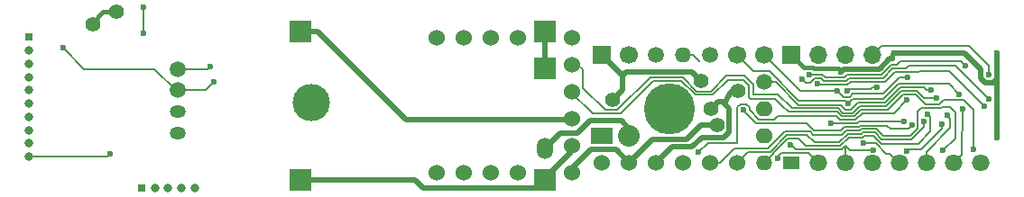
<source format=gbr>
G04 #@! TF.FileFunction,Copper,L2,Bot,Signal*
%FSLAX46Y46*%
G04 Gerber Fmt 4.6, Leading zero omitted, Abs format (unit mm)*
G04 Created by KiCad (PCBNEW 4.0.2+dfsg1-stable) date 2018年05月25日 15時51分19秒*
%MOMM*%
G01*
G04 APERTURE LIST*
%ADD10C,0.100000*%
%ADD11C,1.524000*%
%ADD12R,1.700000X1.700000*%
%ADD13O,1.700000X1.700000*%
%ADD14O,1.500000X1.400000*%
%ADD15R,2.032000X1.600000*%
%ADD16O,2.032000X2.032000*%
%ADD17O,1.600000X1.400000*%
%ADD18C,1.500000*%
%ADD19C,4.800000*%
%ADD20O,1.500000X2.000000*%
%ADD21R,2.000000X2.000000*%
%ADD22C,3.500120*%
%ADD23O,1.700000X1.500000*%
%ADD24R,1.500000X1.300000*%
%ADD25C,1.700000*%
%ADD26O,1.500000X1.200000*%
%ADD27R,0.800000X0.800000*%
%ADD28O,0.800000X0.800000*%
%ADD29C,0.600000*%
%ADD30C,1.399540*%
%ADD31C,0.508000*%
%ADD32C,0.381000*%
%ADD33C,0.203200*%
%ADD34C,0.127000*%
G04 APERTURE END LIST*
D10*
D11*
X50535800Y-88534600D03*
X50535800Y-85994600D03*
X50535800Y-83454600D03*
X50535800Y-80914600D03*
X50535800Y-78374600D03*
X50535800Y-75834600D03*
X45455800Y-75834600D03*
X42915800Y-75834600D03*
X40375800Y-75834600D03*
X37835800Y-75834600D03*
X37835800Y-88534600D03*
X40375800Y-88534600D03*
X42915800Y-88534600D03*
X45455800Y-88534600D03*
D12*
X71160600Y-77434800D03*
D13*
X73700600Y-77434800D03*
X76240600Y-77434800D03*
X78780600Y-77434800D03*
D11*
X63540600Y-87554800D03*
X66080600Y-87554800D03*
X61000600Y-87554800D03*
X58460600Y-87554800D03*
X55920600Y-87554800D03*
X53380600Y-87554800D03*
D14*
X68620600Y-87554800D03*
D15*
X53380600Y-85054800D03*
D16*
X55920600Y-85054800D03*
D17*
X68620600Y-82514800D03*
X68620600Y-85054800D03*
D18*
X68620600Y-79974800D03*
D19*
X59730600Y-82514800D03*
D20*
X48053100Y-86197300D03*
D21*
X48053100Y-78697300D03*
X48053100Y-75197300D03*
X48053100Y-89197300D03*
X25053100Y-89197300D03*
X25053100Y-75197300D03*
D22*
X26075600Y-81879800D03*
D23*
X88940600Y-87594800D03*
X83860600Y-87594800D03*
X86400600Y-87594800D03*
X81320600Y-87594800D03*
X76240600Y-87594800D03*
X78780600Y-87594800D03*
X73700600Y-87594800D03*
D24*
X71160600Y-87594800D03*
D25*
X66080600Y-77434800D03*
X68620600Y-77434800D03*
D18*
X63540600Y-77434800D03*
X58460600Y-77434800D03*
D14*
X61000600Y-77434800D03*
D25*
X55920600Y-77434800D03*
D12*
X53380600Y-77434800D03*
D26*
X13585600Y-84744800D03*
X13585600Y-82744800D03*
D18*
X13585600Y-80744800D03*
X13585600Y-78744800D03*
D27*
X-414400Y-75744800D03*
D28*
X-414400Y-76994800D03*
X-414400Y-78244800D03*
X-414400Y-79494800D03*
X-414400Y-80744800D03*
X-414400Y-81994800D03*
X-414400Y-83244800D03*
X-414400Y-84494800D03*
X-414400Y-85744800D03*
X-414400Y-86994800D03*
D27*
X10185600Y-89944800D03*
D28*
X11435600Y-89944800D03*
X12685600Y-89944800D03*
X13935600Y-89944800D03*
X15185600Y-89944800D03*
D29*
X75836461Y-78989047D03*
X82006400Y-86451800D03*
D30*
X63614037Y-82529228D03*
X66149184Y-80765883D03*
X62706287Y-79878300D03*
D29*
X85271090Y-83967039D03*
D30*
X54371200Y-81651200D03*
D29*
X90439200Y-85207200D03*
X90435600Y-77244800D03*
X80787200Y-77231600D03*
D30*
X64180699Y-84025042D03*
D29*
X81713838Y-83717779D03*
X74894400Y-83886400D03*
X69890600Y-87163000D03*
X78883928Y-86344801D03*
X71104145Y-85862880D03*
X72856074Y-79310689D03*
X87494919Y-78432574D03*
X89684799Y-79249728D03*
X72180178Y-79738688D03*
X89685180Y-81548787D03*
X16585600Y-78544800D03*
X82458185Y-84044797D03*
X66650345Y-82613157D03*
X76514317Y-81981140D03*
X86927167Y-81107964D03*
X84277885Y-80687531D03*
X83906576Y-82984682D03*
X83582178Y-83715972D03*
X81982483Y-81668564D03*
X62470062Y-86556682D03*
X85384600Y-86388300D03*
D30*
X59614397Y-82292076D03*
D29*
X75484322Y-80797740D03*
X82082600Y-79560491D03*
X77907740Y-85722876D03*
X76367600Y-80795821D03*
X79212400Y-80473854D03*
X85765600Y-83086300D03*
X87226100Y-82451300D03*
X88242100Y-86324800D03*
X84779720Y-81435300D03*
X89247065Y-82218171D03*
X73636403Y-80161279D03*
X16985600Y-79944800D03*
X2785600Y-76744800D03*
D30*
X7785600Y-73344800D03*
X5585600Y-74544800D03*
D29*
X7185600Y-86744800D03*
X10385600Y-72944800D03*
X10385600Y-75344800D03*
D31*
X76086707Y-78738801D02*
X75836461Y-78989047D01*
X79406521Y-78738801D02*
X76086707Y-78738801D01*
D32*
X73187515Y-78620188D02*
X73242628Y-78675301D01*
X73242628Y-78675301D02*
X75522715Y-78675301D01*
X71160600Y-77434800D02*
X72345988Y-78620188D01*
X75522715Y-78675301D02*
X75536462Y-78689048D01*
X75536462Y-78689048D02*
X75836461Y-78989047D01*
X72345988Y-78620188D02*
X73187515Y-78620188D01*
D31*
X80634800Y-77790400D02*
X80354922Y-77790400D01*
X80354922Y-77790400D02*
X79406521Y-78738801D01*
D33*
X81801333Y-86319953D02*
X82006400Y-86451800D01*
X83342440Y-86319953D02*
X81801333Y-86319953D01*
X85271090Y-83967039D02*
X85271090Y-84391303D01*
X85271090Y-84391303D02*
X83342440Y-86319953D01*
D31*
X59938587Y-86076813D02*
X61840321Y-86076813D01*
X62730099Y-85187035D02*
X64802943Y-85187035D01*
X61840321Y-86076813D02*
X62730099Y-85187035D01*
X65334489Y-82464407D02*
X64862241Y-81992159D01*
X64862241Y-81992159D02*
X64699541Y-81829459D01*
X64802943Y-85187035D02*
X65334489Y-84655489D01*
X64699541Y-81829459D02*
X64313806Y-81829459D01*
X64313806Y-81829459D02*
X63614037Y-82529228D01*
X58460600Y-87554800D02*
X59938587Y-86076813D01*
X65334489Y-84655489D02*
X65334489Y-82464407D01*
X65357995Y-81042200D02*
X65634312Y-80765883D01*
X65634312Y-80765883D02*
X66149184Y-80765883D01*
X62006518Y-79178531D02*
X62706287Y-79878300D01*
X55630999Y-78994401D02*
X61822388Y-78994401D01*
X55285600Y-79339800D02*
X55630999Y-78994401D01*
X61822388Y-78994401D02*
X62006518Y-79178531D01*
X65357995Y-81042200D02*
X64862241Y-81992159D01*
X53380600Y-77434800D02*
X55285600Y-79339800D01*
X55336400Y-80686000D02*
X54371200Y-81651200D01*
X55285600Y-80736800D02*
X55336400Y-80686000D01*
X55285600Y-79339800D02*
X55285600Y-80736800D01*
X65626268Y-80773927D02*
X65357995Y-81042200D01*
X48053100Y-89197300D02*
X48053100Y-89036100D01*
X48053100Y-89036100D02*
X50523100Y-86566100D01*
X50523100Y-86566100D02*
X50523100Y-86007300D01*
X88930797Y-79611650D02*
X89327245Y-80008098D01*
X90135882Y-80008098D02*
X90439200Y-79704780D01*
X80787200Y-77231600D02*
X87375097Y-77231600D01*
X90439200Y-79704780D02*
X90439200Y-77638000D01*
X90439200Y-77638000D02*
X90439200Y-77248400D01*
X88930797Y-78787300D02*
X88930797Y-79611650D01*
X89327245Y-80008098D02*
X90135882Y-80008098D01*
X87375097Y-77231600D02*
X88930797Y-78787300D01*
X90439200Y-77638000D02*
X90439200Y-85207200D01*
X90439200Y-77248400D02*
X90435600Y-77244800D01*
D32*
X80787200Y-77231600D02*
X80787200Y-77183990D01*
X80787200Y-77183990D02*
X80634800Y-77336390D01*
X80634800Y-77336390D02*
X80634800Y-77790400D01*
D31*
X25053100Y-89197300D02*
X34584600Y-89197300D01*
X34584600Y-89197300D02*
X35831500Y-89197300D01*
X35831500Y-89197300D02*
X36616600Y-89982400D01*
X36616600Y-89982400D02*
X47268000Y-89982400D01*
X47268000Y-89982400D02*
X48053100Y-89197300D01*
X62692400Y-84025042D02*
X63191075Y-84025042D01*
X61348641Y-85368801D02*
X62692400Y-84025042D01*
X58106599Y-85368801D02*
X61348641Y-85368801D01*
X55920600Y-87554800D02*
X58106599Y-85368801D01*
X63191075Y-84025042D02*
X64180699Y-84025042D01*
X50523100Y-88547300D02*
X50523100Y-88166300D01*
X50523100Y-88166300D02*
X52364600Y-86324800D01*
X52364600Y-86324800D02*
X54690600Y-86324800D01*
X54690600Y-86324800D02*
X55920600Y-87554800D01*
D34*
X77326607Y-83852686D02*
X77461514Y-83717779D01*
X81289574Y-83717779D02*
X81713838Y-83717779D01*
X77461514Y-83717779D02*
X81289574Y-83717779D01*
X75318664Y-83886400D02*
X75352378Y-83852686D01*
X75352378Y-83852686D02*
X77326607Y-83852686D01*
X74894400Y-83886400D02*
X75318664Y-83886400D01*
X69890600Y-87163000D02*
X69890600Y-86959800D01*
X72760800Y-86655000D02*
X73700600Y-87594800D01*
X70195400Y-86655000D02*
X72760800Y-86655000D01*
X69890600Y-86959800D02*
X70195400Y-86655000D01*
X73700600Y-87594800D02*
X73700600Y-87442400D01*
X78459664Y-86344801D02*
X78883928Y-86344801D01*
X76266000Y-85966011D02*
X76644790Y-86344801D01*
X76644790Y-86344801D02*
X78459664Y-86344801D01*
X76266000Y-85966011D02*
X75892297Y-86339714D01*
X71404144Y-86162879D02*
X71104145Y-85862880D01*
X71560796Y-86319531D02*
X71404144Y-86162879D01*
X74084820Y-86319531D02*
X71560796Y-86319531D01*
X75892297Y-86339714D02*
X74105003Y-86339714D01*
X74105003Y-86339714D02*
X74084820Y-86319531D01*
X76240600Y-87594800D02*
X76240600Y-85966011D01*
X76266000Y-85969200D02*
X76266000Y-85966011D01*
X76243789Y-85969200D02*
X76266000Y-85969200D01*
X76240600Y-85966011D02*
X76243789Y-85969200D01*
X76240600Y-87594800D02*
X76240600Y-87442400D01*
D31*
X48053100Y-78697300D02*
X48053100Y-75197300D01*
D34*
X79620881Y-79256312D02*
X76435299Y-79256312D01*
X81377812Y-78022190D02*
X81060573Y-78339429D01*
X87494919Y-78432574D02*
X87084535Y-78022190D01*
X80537763Y-78339429D02*
X79620881Y-79256312D01*
X81060573Y-78339429D02*
X80537763Y-78339429D01*
X72895996Y-79270767D02*
X72856074Y-79310689D01*
X74042336Y-79270767D02*
X72895996Y-79270767D01*
X74324136Y-79552567D02*
X74042336Y-79270767D01*
X76139044Y-79552567D02*
X74324136Y-79552567D01*
X76435299Y-79256312D02*
X76139044Y-79552567D01*
X87084535Y-78022190D02*
X81377812Y-78022190D01*
X78780600Y-77434800D02*
X79630599Y-76584801D01*
X89684799Y-78825464D02*
X89684799Y-79249728D01*
X89684799Y-78420158D02*
X89684799Y-78825464D01*
X87849442Y-76584801D02*
X89684799Y-78420158D01*
X79630599Y-76584801D02*
X87849442Y-76584801D01*
X79756333Y-79583323D02*
X76570751Y-79583323D01*
X76570751Y-79583323D02*
X76274496Y-79879578D01*
X76274496Y-79879578D02*
X74188684Y-79879578D01*
X82196900Y-78387300D02*
X81917760Y-78666440D01*
X72925013Y-80038687D02*
X72480177Y-80038687D01*
X72480177Y-80038687D02*
X72180178Y-79738688D01*
X73365922Y-79597778D02*
X72925013Y-80038687D01*
X73906884Y-79597778D02*
X73365922Y-79597778D01*
X74188684Y-79879578D02*
X73906884Y-79597778D01*
X80673216Y-78666440D02*
X79756333Y-79583323D01*
X81917760Y-78666440D02*
X80673216Y-78666440D01*
X61000600Y-77434800D02*
X61937202Y-77434800D01*
X62524600Y-78022198D02*
X62550000Y-78022198D01*
X61937202Y-77434800D02*
X62524600Y-78022198D01*
D33*
X86523693Y-78387300D02*
X89385181Y-81248788D01*
X89385181Y-81248788D02*
X89685180Y-81548787D01*
X82196900Y-78387300D02*
X86523693Y-78387300D01*
D34*
X16385600Y-78744800D02*
X13585600Y-78744800D01*
X16585600Y-78544800D02*
X16385600Y-78744800D01*
X67842509Y-83805321D02*
X66950344Y-82913156D01*
X77462059Y-84179697D02*
X76104966Y-84179697D01*
X66950344Y-82913156D02*
X66650345Y-82613157D01*
X72578121Y-83805321D02*
X67842509Y-83805321D01*
X75803988Y-84480675D02*
X73253475Y-84480675D01*
X76104966Y-84179697D02*
X75803988Y-84480675D01*
X77580745Y-84061011D02*
X77462059Y-84179697D01*
X80123611Y-84061011D02*
X77580745Y-84061011D01*
X80457000Y-84394400D02*
X80123611Y-84061011D01*
X73253475Y-84480675D02*
X72578121Y-83805321D01*
X82158186Y-84344796D02*
X82458185Y-84044797D01*
X82108582Y-84394400D02*
X82158186Y-84344796D01*
X80457000Y-84394400D02*
X82108582Y-84394400D01*
X80457000Y-84394400D02*
X80457002Y-84394400D01*
X71855254Y-81686334D02*
X76219511Y-81686334D01*
X76814316Y-81681141D02*
X76514317Y-81981140D01*
X79800332Y-81551131D02*
X76944326Y-81551131D01*
X81227452Y-80124011D02*
X79800332Y-81551131D01*
X69127720Y-78958800D02*
X71855254Y-81686334D01*
X86927167Y-81107964D02*
X85943214Y-80124011D01*
X67604600Y-78958800D02*
X69127720Y-78958800D01*
X85943214Y-80124011D02*
X81227452Y-80124011D01*
X76219511Y-81686334D02*
X76514317Y-81981140D01*
X76944326Y-81551131D02*
X76814316Y-81681141D01*
X66080600Y-77434800D02*
X67604600Y-78958800D01*
X79915105Y-81898821D02*
X81362904Y-80451022D01*
X83617112Y-80451022D02*
X83853621Y-80687531D01*
X81362904Y-80451022D02*
X83617112Y-80451022D01*
X77394124Y-81898821D02*
X79915105Y-81898821D01*
X76748303Y-82544642D02*
X77394124Y-81898821D01*
X76243835Y-82544642D02*
X76748303Y-82544642D01*
X75813826Y-82114633D02*
X76243835Y-82544642D01*
X71821093Y-82114633D02*
X75813826Y-82114633D01*
X68620600Y-79974800D02*
X69681260Y-79974800D01*
X69681260Y-79974800D02*
X71821093Y-82114633D01*
X83853621Y-80687531D02*
X84277885Y-80687531D01*
D33*
X68620600Y-79974800D02*
X69382600Y-79974800D01*
D34*
X78863764Y-85042044D02*
X79578153Y-85756433D01*
X77987101Y-85042044D02*
X78863764Y-85042044D01*
X68620600Y-87554800D02*
X68670600Y-87554800D01*
X84206575Y-84643151D02*
X84206575Y-83284681D01*
X79578153Y-85756433D02*
X83093293Y-85756433D01*
X77868415Y-85160730D02*
X77987101Y-85042044D01*
X72539543Y-85992521D02*
X75751630Y-85992521D01*
X71846400Y-85299378D02*
X72539543Y-85992521D01*
X70850349Y-85299378D02*
X71846400Y-85299378D01*
X69497600Y-86727800D02*
X69497600Y-86652127D01*
X75751630Y-85992521D02*
X76583421Y-85160730D01*
X76583421Y-85160730D02*
X77868415Y-85160730D01*
X68670600Y-87554800D02*
X69497600Y-86727800D01*
X84206575Y-83284681D02*
X83906576Y-82984682D01*
X83093293Y-85756433D02*
X84206575Y-84643151D01*
X69497600Y-86652127D02*
X70850349Y-85299378D01*
X76447969Y-84833719D02*
X77732963Y-84833719D01*
X83582178Y-84217251D02*
X83582178Y-84140236D01*
X70714897Y-84972367D02*
X72617956Y-84972367D01*
X75616177Y-85665510D02*
X76447969Y-84833719D01*
X66080600Y-87554800D02*
X67107400Y-86528000D01*
X77851649Y-84715033D02*
X78999215Y-84715033D01*
X69159263Y-86528000D02*
X70714897Y-84972367D01*
X82427687Y-85371742D02*
X83582178Y-84217251D01*
X67107400Y-86528000D02*
X69159263Y-86528000D01*
X83582178Y-84140236D02*
X83582178Y-83715972D01*
X72617956Y-84972367D02*
X73311099Y-85665510D01*
X73311099Y-85665510D02*
X75616177Y-85665510D01*
X79655924Y-85371742D02*
X82427687Y-85371742D01*
X77732963Y-84833719D02*
X77851649Y-84715033D01*
X78999215Y-84715033D02*
X79655924Y-85371742D01*
X66086825Y-82361870D02*
X66086825Y-85704546D01*
X80771194Y-82879853D02*
X77836976Y-82879854D01*
X81982483Y-81668564D02*
X80771194Y-82879853D01*
X66399039Y-82049656D02*
X66086825Y-82361870D01*
X67213846Y-82577520D02*
X67213846Y-82342676D01*
X69853147Y-83207324D02*
X69582161Y-83478310D01*
X63322198Y-85704546D02*
X62470062Y-86556682D01*
X66086825Y-85704546D02*
X63322198Y-85704546D01*
X67213846Y-82342676D02*
X66920826Y-82049656D01*
X75416632Y-83207324D02*
X69853147Y-83207324D01*
X77836976Y-82879854D02*
X77191155Y-83525675D01*
X77191155Y-83525675D02*
X75734983Y-83525675D01*
X69582161Y-83478310D02*
X68114636Y-83478310D01*
X68114636Y-83478310D02*
X67213846Y-82577520D01*
X66920826Y-82049656D02*
X66399039Y-82049656D01*
X75734983Y-83525675D02*
X75416632Y-83207324D01*
X77597511Y-84506708D02*
X77716197Y-84388022D01*
X75904125Y-84915100D02*
X76312517Y-84506708D01*
X79791376Y-85044731D02*
X82292235Y-85044731D01*
X82989096Y-83741724D02*
X82989096Y-82765576D01*
X83021687Y-83774315D02*
X82989096Y-83741724D01*
X76312517Y-84506708D02*
X77597511Y-84506708D01*
X82292235Y-85044731D02*
X83021687Y-84315279D01*
X83333494Y-82421178D02*
X85189378Y-82421178D01*
X79134667Y-84388022D02*
X79791376Y-85044731D01*
X77716197Y-84388022D02*
X79134667Y-84388022D01*
X73179900Y-84915100D02*
X75904125Y-84915100D01*
X82989096Y-82765576D02*
X83333494Y-82421178D01*
X83021687Y-84315279D02*
X83021687Y-83774315D01*
X85189378Y-82421178D02*
X85206800Y-82438600D01*
X63540600Y-87554800D02*
X64495000Y-87554800D01*
X72887800Y-84623000D02*
X73179900Y-84915100D01*
X73179900Y-84915100D02*
X73192600Y-84927800D01*
X70525600Y-84623000D02*
X72887800Y-84623000D01*
X68950793Y-86197807D02*
X70525600Y-84623000D01*
X65851993Y-86197807D02*
X68950793Y-86197807D01*
X64495000Y-87554800D02*
X65851993Y-86197807D01*
D33*
X85206800Y-82438600D02*
X85321100Y-82324300D01*
X85321100Y-82324300D02*
X86019600Y-82324300D01*
X86527600Y-85245300D02*
X85384600Y-86388300D01*
X86527600Y-82832300D02*
X86527600Y-85245300D01*
X86019600Y-82324300D02*
X86527600Y-82832300D01*
D31*
X55920600Y-85054800D02*
X55920600Y-84318200D01*
X55920600Y-84318200D02*
X55209400Y-83607000D01*
X49475000Y-84775400D02*
X48053100Y-86197300D01*
X51069200Y-84775400D02*
X49475000Y-84775400D01*
X52237600Y-83607000D02*
X51069200Y-84775400D01*
X55209400Y-83607000D02*
X52237600Y-83607000D01*
D34*
X75784321Y-81097739D02*
X75484322Y-80797740D01*
X81269800Y-79560491D02*
X79763988Y-81066303D01*
X76638082Y-81359323D02*
X76045905Y-81359323D01*
X76931102Y-81066303D02*
X76638082Y-81359323D01*
X79763988Y-81066303D02*
X76931102Y-81066303D01*
X82082600Y-79560491D02*
X81269800Y-79560491D01*
X68620600Y-77434800D02*
X71983540Y-80797740D01*
X76045905Y-81359323D02*
X75784321Y-81097739D01*
X71983540Y-80797740D02*
X75060058Y-80797740D01*
X75060058Y-80797740D02*
X75484322Y-80797740D01*
X78332004Y-85722876D02*
X77907740Y-85722876D01*
X79082133Y-85722876D02*
X78332004Y-85722876D01*
X80077057Y-86717800D02*
X79082133Y-85722876D01*
X80343600Y-86717800D02*
X80077057Y-86717800D01*
X81320600Y-87594800D02*
X81220600Y-87594800D01*
X81220600Y-87594800D02*
X80343600Y-86717800D01*
X78601390Y-80660600D02*
X76502821Y-80660600D01*
X76502821Y-80660600D02*
X76367600Y-80795821D01*
X79212400Y-80473854D02*
X78788136Y-80473854D01*
X78788136Y-80473854D02*
X78601390Y-80660600D01*
X81320600Y-87594800D02*
X80634800Y-87594800D01*
X81320600Y-87594800D02*
X81320600Y-87747200D01*
D33*
X85765600Y-83086300D02*
X86065599Y-83386299D01*
X83860600Y-86515300D02*
X83860600Y-87594800D01*
X86065599Y-83386299D02*
X86065599Y-84310301D01*
X86065599Y-84310301D02*
X83860600Y-86515300D01*
X87226100Y-82451300D02*
X87162600Y-86832800D01*
X87162600Y-86832800D02*
X86400600Y-87594800D01*
X86781600Y-87213800D02*
X86400600Y-87594800D01*
D34*
X80186009Y-82552843D02*
X81633808Y-81105044D01*
X85029000Y-82057600D02*
X85415134Y-81671466D01*
X83743212Y-82057600D02*
X85029000Y-82057600D01*
X70322400Y-82235400D02*
X70855654Y-82768654D01*
X87360666Y-81671466D02*
X88242100Y-82552900D01*
X85415134Y-81671466D02*
X87360666Y-81671466D01*
X77701524Y-82552843D02*
X80186009Y-82552843D01*
X75870435Y-83198664D02*
X77055703Y-83198664D01*
X71078992Y-82768655D02*
X75440426Y-82768655D01*
X70855654Y-82768654D02*
X71078992Y-82768655D01*
X75440426Y-82768655D02*
X75870435Y-83198664D01*
X82790656Y-81105044D02*
X83743212Y-82057600D01*
X77055703Y-83198664D02*
X77701524Y-82552843D01*
X81633808Y-81105044D02*
X82790656Y-81105044D01*
X63792426Y-81166426D02*
X63796774Y-81166426D01*
X67147400Y-80254200D02*
X67147400Y-80257758D01*
X66639400Y-79746200D02*
X67147400Y-80254200D01*
X65217000Y-79746200D02*
X66639400Y-79746200D01*
X63796774Y-81166426D02*
X65217000Y-79746200D01*
X60842062Y-79847800D02*
X62162862Y-81168600D01*
X63790252Y-81168600D02*
X63792426Y-81166426D01*
X62162862Y-81168600D02*
X63790252Y-81168600D01*
X58206600Y-79847800D02*
X60842062Y-79847800D01*
X50523100Y-80927300D02*
X52537283Y-82941483D01*
X55112917Y-82941483D02*
X58206600Y-79847800D01*
X52537283Y-82941483D02*
X55112917Y-82941483D01*
X67195271Y-80305629D02*
X67195271Y-81194000D01*
X69611200Y-81524200D02*
X70322400Y-82235400D01*
X67325200Y-81524200D02*
X69611200Y-81524200D01*
X67195271Y-81394271D02*
X67325200Y-81524200D01*
X67147400Y-80257758D02*
X67195271Y-80305629D01*
X67195271Y-81194000D02*
X67195271Y-81394271D01*
X70322400Y-82235400D02*
X70373200Y-82235400D01*
X50523100Y-80927300D02*
X50523100Y-80749500D01*
D33*
X88242100Y-82552900D02*
X88242100Y-82959300D01*
X88242100Y-86324800D02*
X88242100Y-82959300D01*
D34*
X76005886Y-82871653D02*
X75575877Y-82441644D01*
X76920251Y-82871653D02*
X76005886Y-82871653D01*
X77566072Y-82225832D02*
X76920251Y-82871653D01*
X81498356Y-80778033D02*
X80050557Y-82225832D01*
X82926108Y-80778033D02*
X81498356Y-80778033D01*
X83583375Y-81435300D02*
X82926108Y-80778033D01*
X84779720Y-81435300D02*
X83583375Y-81435300D01*
X80050557Y-82225832D02*
X77566072Y-82225832D01*
X75575877Y-82441644D02*
X71214444Y-82441644D01*
X71214444Y-82441644D02*
X69908988Y-81136188D01*
X62298312Y-80841590D02*
X63601055Y-80841590D01*
X51561301Y-78765101D02*
X51561301Y-80503131D01*
X67579200Y-80201695D02*
X67579200Y-81136188D01*
X54833572Y-82614472D02*
X57928822Y-79519222D01*
X60975943Y-79519222D02*
X60977514Y-79520792D01*
X51561301Y-80503131D02*
X53672642Y-82614472D01*
X53672642Y-82614472D02*
X54833572Y-82614472D01*
X51183500Y-78387300D02*
X51561301Y-78765101D01*
X57928822Y-79519222D02*
X60975943Y-79519222D01*
X60977514Y-79520792D02*
X62298312Y-80841590D01*
X65076808Y-79365837D02*
X66743342Y-79365837D01*
X63601055Y-80841590D02*
X65076808Y-79365837D01*
X66743342Y-79365837D02*
X67579200Y-80201695D01*
D33*
X67579200Y-81136188D02*
X69908988Y-81136188D01*
D31*
X50523100Y-83467300D02*
X34978300Y-83467300D01*
X26708300Y-75197300D02*
X25053100Y-75197300D01*
X34978300Y-83467300D02*
X26708300Y-75197300D01*
D34*
X73681713Y-80206589D02*
X73636403Y-80161279D01*
D33*
X85923551Y-78894657D02*
X88947066Y-81918172D01*
X83200200Y-78894657D02*
X85923551Y-78894657D01*
X88947066Y-81918172D02*
X89247065Y-82218171D01*
D34*
X76706203Y-79910334D02*
X76409948Y-80206589D01*
X79957404Y-79910334D02*
X76706203Y-79910334D01*
X80874287Y-78993451D02*
X79957404Y-79910334D01*
X83101406Y-78993451D02*
X80874287Y-78993451D01*
X83200200Y-78894657D02*
X83101406Y-78993451D01*
X76409948Y-80206589D02*
X73681713Y-80206589D01*
X58460600Y-77434800D02*
X58689200Y-77434800D01*
X13585600Y-80744800D02*
X16185600Y-80744800D01*
X16185600Y-80744800D02*
X16985600Y-79944800D01*
X2785600Y-76744800D02*
X4785600Y-78744800D01*
X4785600Y-78744800D02*
X11385600Y-78744800D01*
X11385600Y-78744800D02*
X13385600Y-80744800D01*
X13385600Y-80744800D02*
X13585600Y-80744800D01*
D32*
X6585600Y-73344800D02*
X7785600Y-73344800D01*
X5585600Y-74344800D02*
X6585600Y-73344800D01*
X5585600Y-74544800D02*
X5585600Y-74344800D01*
D34*
X6935600Y-86994800D02*
X-414400Y-86994800D01*
X7185600Y-86744800D02*
X6935600Y-86994800D01*
X10385600Y-75344800D02*
X10385600Y-72944800D01*
M02*

</source>
